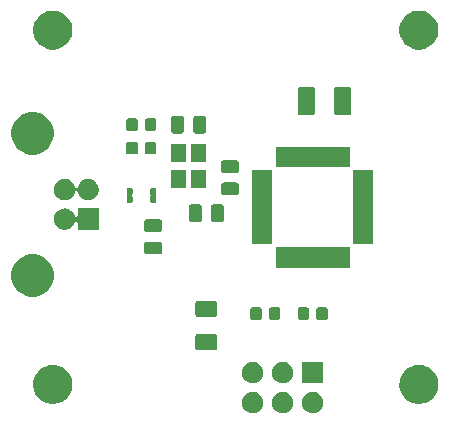
<source format=gbr>
G04 #@! TF.GenerationSoftware,KiCad,Pcbnew,(5.1.5-0-10_14)*
G04 #@! TF.CreationDate,2020-04-17T14:33:50+12:00*
G04 #@! TF.ProjectId,ZapierStompBox,5a617069-6572-4537-946f-6d70426f782e,rev?*
G04 #@! TF.SameCoordinates,Original*
G04 #@! TF.FileFunction,Soldermask,Top*
G04 #@! TF.FilePolarity,Negative*
%FSLAX46Y46*%
G04 Gerber Fmt 4.6, Leading zero omitted, Abs format (unit mm)*
G04 Created by KiCad (PCBNEW (5.1.5-0-10_14)) date 2020-04-17 14:33:50*
%MOMM*%
%LPD*%
G04 APERTURE LIST*
%ADD10C,0.100000*%
G04 APERTURE END LIST*
D10*
G36*
X391113512Y49356073D02*
G01*
X391262812Y49326376D01*
X391426784Y49258456D01*
X391574354Y49159853D01*
X391699853Y49034354D01*
X391798456Y48886784D01*
X391866376Y48722812D01*
X391901000Y48548741D01*
X391901000Y48371259D01*
X391866376Y48197188D01*
X391798456Y48033216D01*
X391699853Y47885646D01*
X391574354Y47760147D01*
X391426784Y47661544D01*
X391262812Y47593624D01*
X391113512Y47563927D01*
X391088742Y47559000D01*
X390911258Y47559000D01*
X390886488Y47563927D01*
X390737188Y47593624D01*
X390573216Y47661544D01*
X390425646Y47760147D01*
X390300147Y47885646D01*
X390201544Y48033216D01*
X390133624Y48197188D01*
X390099000Y48371259D01*
X390099000Y48548741D01*
X390133624Y48722812D01*
X390201544Y48886784D01*
X390300147Y49034354D01*
X390425646Y49159853D01*
X390573216Y49258456D01*
X390737188Y49326376D01*
X390886488Y49356073D01*
X390911258Y49361000D01*
X391088742Y49361000D01*
X391113512Y49356073D01*
G37*
G36*
X388573512Y49356073D02*
G01*
X388722812Y49326376D01*
X388886784Y49258456D01*
X389034354Y49159853D01*
X389159853Y49034354D01*
X389258456Y48886784D01*
X389326376Y48722812D01*
X389361000Y48548741D01*
X389361000Y48371259D01*
X389326376Y48197188D01*
X389258456Y48033216D01*
X389159853Y47885646D01*
X389034354Y47760147D01*
X388886784Y47661544D01*
X388722812Y47593624D01*
X388573512Y47563927D01*
X388548742Y47559000D01*
X388371258Y47559000D01*
X388346488Y47563927D01*
X388197188Y47593624D01*
X388033216Y47661544D01*
X387885646Y47760147D01*
X387760147Y47885646D01*
X387661544Y48033216D01*
X387593624Y48197188D01*
X387559000Y48371259D01*
X387559000Y48548741D01*
X387593624Y48722812D01*
X387661544Y48886784D01*
X387760147Y49034354D01*
X387885646Y49159853D01*
X388033216Y49258456D01*
X388197188Y49326376D01*
X388346488Y49356073D01*
X388371258Y49361000D01*
X388548742Y49361000D01*
X388573512Y49356073D01*
G37*
G36*
X386033512Y49356073D02*
G01*
X386182812Y49326376D01*
X386346784Y49258456D01*
X386494354Y49159853D01*
X386619853Y49034354D01*
X386718456Y48886784D01*
X386786376Y48722812D01*
X386821000Y48548741D01*
X386821000Y48371259D01*
X386786376Y48197188D01*
X386718456Y48033216D01*
X386619853Y47885646D01*
X386494354Y47760147D01*
X386346784Y47661544D01*
X386182812Y47593624D01*
X386033512Y47563927D01*
X386008742Y47559000D01*
X385831258Y47559000D01*
X385806488Y47563927D01*
X385657188Y47593624D01*
X385493216Y47661544D01*
X385345646Y47760147D01*
X385220147Y47885646D01*
X385121544Y48033216D01*
X385053624Y48197188D01*
X385019000Y48371259D01*
X385019000Y48548741D01*
X385053624Y48722812D01*
X385121544Y48886784D01*
X385220147Y49034354D01*
X385345646Y49159853D01*
X385493216Y49258456D01*
X385657188Y49326376D01*
X385806488Y49356073D01*
X385831258Y49361000D01*
X386008742Y49361000D01*
X386033512Y49356073D01*
G37*
G36*
X400375256Y51608702D02*
G01*
X400481579Y51587553D01*
X400782042Y51463097D01*
X401052451Y51282415D01*
X401282415Y51052451D01*
X401463097Y50782042D01*
X401587553Y50481579D01*
X401598679Y50425646D01*
X401643256Y50201544D01*
X401651000Y50162609D01*
X401651000Y49837391D01*
X401587553Y49518421D01*
X401463097Y49217958D01*
X401282415Y48947549D01*
X401052451Y48717585D01*
X400782042Y48536903D01*
X400481579Y48412447D01*
X400375256Y48391298D01*
X400162611Y48349000D01*
X399837389Y48349000D01*
X399624744Y48391298D01*
X399518421Y48412447D01*
X399217958Y48536903D01*
X398947549Y48717585D01*
X398717585Y48947549D01*
X398536903Y49217958D01*
X398412447Y49518421D01*
X398349000Y49837391D01*
X398349000Y50162609D01*
X398356745Y50201544D01*
X398401321Y50425646D01*
X398412447Y50481579D01*
X398536903Y50782042D01*
X398717585Y51052451D01*
X398947549Y51282415D01*
X399217958Y51463097D01*
X399518421Y51587553D01*
X399624744Y51608702D01*
X399837389Y51651000D01*
X400162611Y51651000D01*
X400375256Y51608702D01*
G37*
G36*
X369375256Y51608702D02*
G01*
X369481579Y51587553D01*
X369782042Y51463097D01*
X370052451Y51282415D01*
X370282415Y51052451D01*
X370463097Y50782042D01*
X370587553Y50481579D01*
X370598679Y50425646D01*
X370643256Y50201544D01*
X370651000Y50162609D01*
X370651000Y49837391D01*
X370587553Y49518421D01*
X370463097Y49217958D01*
X370282415Y48947549D01*
X370052451Y48717585D01*
X369782042Y48536903D01*
X369481579Y48412447D01*
X369375256Y48391298D01*
X369162611Y48349000D01*
X368837389Y48349000D01*
X368624744Y48391298D01*
X368518421Y48412447D01*
X368217958Y48536903D01*
X367947549Y48717585D01*
X367717585Y48947549D01*
X367536903Y49217958D01*
X367412447Y49518421D01*
X367349000Y49837391D01*
X367349000Y50162609D01*
X367356745Y50201544D01*
X367401321Y50425646D01*
X367412447Y50481579D01*
X367536903Y50782042D01*
X367717585Y51052451D01*
X367947549Y51282415D01*
X368217958Y51463097D01*
X368518421Y51587553D01*
X368624744Y51608702D01*
X368837389Y51651000D01*
X369162611Y51651000D01*
X369375256Y51608702D01*
G37*
G36*
X391901000Y50099000D02*
G01*
X390099000Y50099000D01*
X390099000Y51901000D01*
X391901000Y51901000D01*
X391901000Y50099000D01*
G37*
G36*
X388573512Y51896073D02*
G01*
X388722812Y51866376D01*
X388886784Y51798456D01*
X389034354Y51699853D01*
X389159853Y51574354D01*
X389258456Y51426784D01*
X389326376Y51262812D01*
X389361000Y51088741D01*
X389361000Y50911259D01*
X389326376Y50737188D01*
X389258456Y50573216D01*
X389159853Y50425646D01*
X389034354Y50300147D01*
X388886784Y50201544D01*
X388722812Y50133624D01*
X388573512Y50103927D01*
X388548742Y50099000D01*
X388371258Y50099000D01*
X388346488Y50103927D01*
X388197188Y50133624D01*
X388033216Y50201544D01*
X387885646Y50300147D01*
X387760147Y50425646D01*
X387661544Y50573216D01*
X387593624Y50737188D01*
X387559000Y50911259D01*
X387559000Y51088741D01*
X387593624Y51262812D01*
X387661544Y51426784D01*
X387760147Y51574354D01*
X387885646Y51699853D01*
X388033216Y51798456D01*
X388197188Y51866376D01*
X388346488Y51896073D01*
X388371258Y51901000D01*
X388548742Y51901000D01*
X388573512Y51896073D01*
G37*
G36*
X386033512Y51896073D02*
G01*
X386182812Y51866376D01*
X386346784Y51798456D01*
X386494354Y51699853D01*
X386619853Y51574354D01*
X386718456Y51426784D01*
X386786376Y51262812D01*
X386821000Y51088741D01*
X386821000Y50911259D01*
X386786376Y50737188D01*
X386718456Y50573216D01*
X386619853Y50425646D01*
X386494354Y50300147D01*
X386346784Y50201544D01*
X386182812Y50133624D01*
X386033512Y50103927D01*
X386008742Y50099000D01*
X385831258Y50099000D01*
X385806488Y50103927D01*
X385657188Y50133624D01*
X385493216Y50201544D01*
X385345646Y50300147D01*
X385220147Y50425646D01*
X385121544Y50573216D01*
X385053624Y50737188D01*
X385019000Y50911259D01*
X385019000Y51088741D01*
X385053624Y51262812D01*
X385121544Y51426784D01*
X385220147Y51574354D01*
X385345646Y51699853D01*
X385493216Y51798456D01*
X385657188Y51866376D01*
X385806488Y51896073D01*
X385831258Y51901000D01*
X386008742Y51901000D01*
X386033512Y51896073D01*
G37*
G36*
X382768604Y54271653D02*
G01*
X382805144Y54260568D01*
X382838821Y54242567D01*
X382868341Y54218341D01*
X382892567Y54188821D01*
X382910568Y54155144D01*
X382921653Y54118604D01*
X382926000Y54074462D01*
X382926000Y53125538D01*
X382921653Y53081396D01*
X382910568Y53044856D01*
X382892567Y53011179D01*
X382868341Y52981659D01*
X382838821Y52957433D01*
X382805144Y52939432D01*
X382768604Y52928347D01*
X382724462Y52924000D01*
X381275538Y52924000D01*
X381231396Y52928347D01*
X381194856Y52939432D01*
X381161179Y52957433D01*
X381131659Y52981659D01*
X381107433Y53011179D01*
X381089432Y53044856D01*
X381078347Y53081396D01*
X381074000Y53125538D01*
X381074000Y54074462D01*
X381078347Y54118604D01*
X381089432Y54155144D01*
X381107433Y54188821D01*
X381131659Y54218341D01*
X381161179Y54242567D01*
X381194856Y54260568D01*
X381231396Y54271653D01*
X381275538Y54276000D01*
X382724462Y54276000D01*
X382768604Y54271653D01*
G37*
G36*
X392129591Y56521915D02*
G01*
X392163569Y56511607D01*
X392194890Y56494866D01*
X392222339Y56472339D01*
X392244866Y56444890D01*
X392261607Y56413569D01*
X392271915Y56379591D01*
X392276000Y56338110D01*
X392276000Y55661890D01*
X392271915Y55620409D01*
X392261607Y55586431D01*
X392244866Y55555110D01*
X392222339Y55527661D01*
X392194890Y55505134D01*
X392163569Y55488393D01*
X392129591Y55478085D01*
X392088110Y55474000D01*
X391486890Y55474000D01*
X391445409Y55478085D01*
X391411431Y55488393D01*
X391380110Y55505134D01*
X391352661Y55527661D01*
X391330134Y55555110D01*
X391313393Y55586431D01*
X391303085Y55620409D01*
X391299000Y55661890D01*
X391299000Y56338110D01*
X391303085Y56379591D01*
X391313393Y56413569D01*
X391330134Y56444890D01*
X391352661Y56472339D01*
X391380110Y56494866D01*
X391411431Y56511607D01*
X391445409Y56521915D01*
X391486890Y56526000D01*
X392088110Y56526000D01*
X392129591Y56521915D01*
G37*
G36*
X390554591Y56521915D02*
G01*
X390588569Y56511607D01*
X390619890Y56494866D01*
X390647339Y56472339D01*
X390669866Y56444890D01*
X390686607Y56413569D01*
X390696915Y56379591D01*
X390701000Y56338110D01*
X390701000Y55661890D01*
X390696915Y55620409D01*
X390686607Y55586431D01*
X390669866Y55555110D01*
X390647339Y55527661D01*
X390619890Y55505134D01*
X390588569Y55488393D01*
X390554591Y55478085D01*
X390513110Y55474000D01*
X389911890Y55474000D01*
X389870409Y55478085D01*
X389836431Y55488393D01*
X389805110Y55505134D01*
X389777661Y55527661D01*
X389755134Y55555110D01*
X389738393Y55586431D01*
X389728085Y55620409D01*
X389724000Y55661890D01*
X389724000Y56338110D01*
X389728085Y56379591D01*
X389738393Y56413569D01*
X389755134Y56444890D01*
X389777661Y56472339D01*
X389805110Y56494866D01*
X389836431Y56511607D01*
X389870409Y56521915D01*
X389911890Y56526000D01*
X390513110Y56526000D01*
X390554591Y56521915D01*
G37*
G36*
X388129591Y56521915D02*
G01*
X388163569Y56511607D01*
X388194890Y56494866D01*
X388222339Y56472339D01*
X388244866Y56444890D01*
X388261607Y56413569D01*
X388271915Y56379591D01*
X388276000Y56338110D01*
X388276000Y55661890D01*
X388271915Y55620409D01*
X388261607Y55586431D01*
X388244866Y55555110D01*
X388222339Y55527661D01*
X388194890Y55505134D01*
X388163569Y55488393D01*
X388129591Y55478085D01*
X388088110Y55474000D01*
X387486890Y55474000D01*
X387445409Y55478085D01*
X387411431Y55488393D01*
X387380110Y55505134D01*
X387352661Y55527661D01*
X387330134Y55555110D01*
X387313393Y55586431D01*
X387303085Y55620409D01*
X387299000Y55661890D01*
X387299000Y56338110D01*
X387303085Y56379591D01*
X387313393Y56413569D01*
X387330134Y56444890D01*
X387352661Y56472339D01*
X387380110Y56494866D01*
X387411431Y56511607D01*
X387445409Y56521915D01*
X387486890Y56526000D01*
X388088110Y56526000D01*
X388129591Y56521915D01*
G37*
G36*
X386554591Y56521915D02*
G01*
X386588569Y56511607D01*
X386619890Y56494866D01*
X386647339Y56472339D01*
X386669866Y56444890D01*
X386686607Y56413569D01*
X386696915Y56379591D01*
X386701000Y56338110D01*
X386701000Y55661890D01*
X386696915Y55620409D01*
X386686607Y55586431D01*
X386669866Y55555110D01*
X386647339Y55527661D01*
X386619890Y55505134D01*
X386588569Y55488393D01*
X386554591Y55478085D01*
X386513110Y55474000D01*
X385911890Y55474000D01*
X385870409Y55478085D01*
X385836431Y55488393D01*
X385805110Y55505134D01*
X385777661Y55527661D01*
X385755134Y55555110D01*
X385738393Y55586431D01*
X385728085Y55620409D01*
X385724000Y55661890D01*
X385724000Y56338110D01*
X385728085Y56379591D01*
X385738393Y56413569D01*
X385755134Y56444890D01*
X385777661Y56472339D01*
X385805110Y56494866D01*
X385836431Y56511607D01*
X385870409Y56521915D01*
X385911890Y56526000D01*
X386513110Y56526000D01*
X386554591Y56521915D01*
G37*
G36*
X382768604Y57071653D02*
G01*
X382805144Y57060568D01*
X382838821Y57042567D01*
X382868341Y57018341D01*
X382892567Y56988821D01*
X382910568Y56955144D01*
X382921653Y56918604D01*
X382926000Y56874462D01*
X382926000Y55925538D01*
X382921653Y55881396D01*
X382910568Y55844856D01*
X382892567Y55811179D01*
X382868341Y55781659D01*
X382838821Y55757433D01*
X382805144Y55739432D01*
X382768604Y55728347D01*
X382724462Y55724000D01*
X381275538Y55724000D01*
X381231396Y55728347D01*
X381194856Y55739432D01*
X381161179Y55757433D01*
X381131659Y55781659D01*
X381107433Y55811179D01*
X381089432Y55844856D01*
X381078347Y55881396D01*
X381074000Y55925538D01*
X381074000Y56874462D01*
X381078347Y56918604D01*
X381089432Y56955144D01*
X381107433Y56988821D01*
X381131659Y57018341D01*
X381161179Y57042567D01*
X381194856Y57060568D01*
X381231396Y57071653D01*
X381275538Y57076000D01*
X382724462Y57076000D01*
X382768604Y57071653D01*
G37*
G36*
X367815331Y60961789D02*
G01*
X368143092Y60826026D01*
X368438070Y60628928D01*
X368688928Y60378070D01*
X368886026Y60083092D01*
X369021789Y59755331D01*
X369091000Y59407384D01*
X369091000Y59052616D01*
X369021789Y58704669D01*
X368886026Y58376908D01*
X368688928Y58081930D01*
X368438070Y57831072D01*
X368143092Y57633974D01*
X367815331Y57498211D01*
X367467384Y57429000D01*
X367112616Y57429000D01*
X366764669Y57498211D01*
X366436908Y57633974D01*
X366141930Y57831072D01*
X365891072Y58081930D01*
X365693974Y58376908D01*
X365558211Y58704669D01*
X365489000Y59052616D01*
X365489000Y59407384D01*
X365558211Y59755331D01*
X365693974Y60083092D01*
X365891072Y60378070D01*
X366141930Y60628928D01*
X366436908Y60826026D01*
X366764669Y60961789D01*
X367112616Y61031000D01*
X367467384Y61031000D01*
X367815331Y60961789D01*
G37*
G36*
X394126000Y59899000D02*
G01*
X387874000Y59899000D01*
X387874000Y61601000D01*
X394126000Y61601000D01*
X394126000Y59899000D01*
G37*
G36*
X378084468Y62096435D02*
G01*
X378123138Y62084704D01*
X378158777Y62065654D01*
X378190017Y62040017D01*
X378215654Y62008777D01*
X378234704Y61973138D01*
X378246435Y61934468D01*
X378251000Y61888112D01*
X378251000Y61236888D01*
X378246435Y61190532D01*
X378234704Y61151862D01*
X378215654Y61116223D01*
X378190017Y61084983D01*
X378158777Y61059346D01*
X378123138Y61040296D01*
X378084468Y61028565D01*
X378038112Y61024000D01*
X376961888Y61024000D01*
X376915532Y61028565D01*
X376876862Y61040296D01*
X376841223Y61059346D01*
X376809983Y61084983D01*
X376784346Y61116223D01*
X376765296Y61151862D01*
X376753565Y61190532D01*
X376749000Y61236888D01*
X376749000Y61888112D01*
X376753565Y61934468D01*
X376765296Y61973138D01*
X376784346Y62008777D01*
X376809983Y62040017D01*
X376841223Y62065654D01*
X376876862Y62084704D01*
X376915532Y62096435D01*
X376961888Y62101000D01*
X378038112Y62101000D01*
X378084468Y62096435D01*
G37*
G36*
X387601000Y61874000D02*
G01*
X385899000Y61874000D01*
X385899000Y68126000D01*
X387601000Y68126000D01*
X387601000Y61874000D01*
G37*
G36*
X396101000Y61874000D02*
G01*
X394399000Y61874000D01*
X394399000Y68126000D01*
X396101000Y68126000D01*
X396101000Y61874000D01*
G37*
G36*
X378084468Y63971435D02*
G01*
X378123138Y63959704D01*
X378158777Y63940654D01*
X378190017Y63915017D01*
X378215654Y63883777D01*
X378234704Y63848138D01*
X378246435Y63809468D01*
X378251000Y63763112D01*
X378251000Y63111888D01*
X378246435Y63065532D01*
X378234704Y63026862D01*
X378215654Y62991223D01*
X378190017Y62959983D01*
X378158777Y62934346D01*
X378123138Y62915296D01*
X378084468Y62903565D01*
X378038112Y62899000D01*
X376961888Y62899000D01*
X376915532Y62903565D01*
X376876862Y62915296D01*
X376841223Y62934346D01*
X376809983Y62959983D01*
X376784346Y62991223D01*
X376765296Y63026862D01*
X376753565Y63065532D01*
X376749000Y63111888D01*
X376749000Y63763112D01*
X376753565Y63809468D01*
X376765296Y63848138D01*
X376784346Y63883777D01*
X376809983Y63915017D01*
X376841223Y63940654D01*
X376876862Y63959704D01*
X376915532Y63971435D01*
X376961888Y63976000D01*
X378038112Y63976000D01*
X378084468Y63971435D01*
G37*
G36*
X370113512Y64896073D02*
G01*
X370262812Y64866376D01*
X370426784Y64798456D01*
X370574354Y64699853D01*
X370699853Y64574354D01*
X370798456Y64426784D01*
X370858523Y64281771D01*
X370870068Y64260171D01*
X370885613Y64241229D01*
X370904555Y64225684D01*
X370926166Y64214133D01*
X370949615Y64207020D01*
X370974001Y64204618D01*
X370998387Y64207020D01*
X371021836Y64214133D01*
X371043447Y64225684D01*
X371062389Y64241229D01*
X371077934Y64260171D01*
X371089485Y64281782D01*
X371096598Y64305231D01*
X371099000Y64329617D01*
X371099000Y64901000D01*
X372901000Y64901000D01*
X372901000Y63099000D01*
X371099000Y63099000D01*
X371099000Y63670383D01*
X371096598Y63694769D01*
X371089485Y63718218D01*
X371077934Y63739829D01*
X371062389Y63758771D01*
X371043447Y63774316D01*
X371021836Y63785867D01*
X370998387Y63792980D01*
X370974001Y63795382D01*
X370949615Y63792980D01*
X370926166Y63785867D01*
X370904555Y63774316D01*
X370885613Y63758771D01*
X370870068Y63739829D01*
X370858523Y63718229D01*
X370798456Y63573216D01*
X370699853Y63425646D01*
X370574354Y63300147D01*
X370426784Y63201544D01*
X370262812Y63133624D01*
X370113512Y63103927D01*
X370088742Y63099000D01*
X369911258Y63099000D01*
X369886488Y63103927D01*
X369737188Y63133624D01*
X369573216Y63201544D01*
X369425646Y63300147D01*
X369300147Y63425646D01*
X369201544Y63573216D01*
X369133624Y63737188D01*
X369103927Y63886488D01*
X369099000Y63911258D01*
X369099000Y64088742D01*
X369106411Y64126000D01*
X369133624Y64262812D01*
X369201544Y64426784D01*
X369300147Y64574354D01*
X369425646Y64699853D01*
X369573216Y64798456D01*
X369737188Y64866376D01*
X369886488Y64896073D01*
X369911258Y64901000D01*
X370088742Y64901000D01*
X370113512Y64896073D01*
G37*
G36*
X383309468Y65246435D02*
G01*
X383348138Y65234704D01*
X383383777Y65215654D01*
X383415017Y65190017D01*
X383440654Y65158777D01*
X383459704Y65123138D01*
X383471435Y65084468D01*
X383476000Y65038112D01*
X383476000Y63961888D01*
X383471435Y63915532D01*
X383459704Y63876862D01*
X383440654Y63841223D01*
X383415017Y63809983D01*
X383383777Y63784346D01*
X383348138Y63765296D01*
X383309468Y63753565D01*
X383263112Y63749000D01*
X382611888Y63749000D01*
X382565532Y63753565D01*
X382526862Y63765296D01*
X382491223Y63784346D01*
X382459983Y63809983D01*
X382434346Y63841223D01*
X382415296Y63876862D01*
X382403565Y63915532D01*
X382399000Y63961888D01*
X382399000Y65038112D01*
X382403565Y65084468D01*
X382415296Y65123138D01*
X382434346Y65158777D01*
X382459983Y65190017D01*
X382491223Y65215654D01*
X382526862Y65234704D01*
X382565532Y65246435D01*
X382611888Y65251000D01*
X383263112Y65251000D01*
X383309468Y65246435D01*
G37*
G36*
X381434468Y65246435D02*
G01*
X381473138Y65234704D01*
X381508777Y65215654D01*
X381540017Y65190017D01*
X381565654Y65158777D01*
X381584704Y65123138D01*
X381596435Y65084468D01*
X381601000Y65038112D01*
X381601000Y63961888D01*
X381596435Y63915532D01*
X381584704Y63876862D01*
X381565654Y63841223D01*
X381540017Y63809983D01*
X381508777Y63784346D01*
X381473138Y63765296D01*
X381434468Y63753565D01*
X381388112Y63749000D01*
X380736888Y63749000D01*
X380690532Y63753565D01*
X380651862Y63765296D01*
X380616223Y63784346D01*
X380584983Y63809983D01*
X380559346Y63841223D01*
X380540296Y63876862D01*
X380528565Y63915532D01*
X380524000Y63961888D01*
X380524000Y65038112D01*
X380528565Y65084468D01*
X380540296Y65123138D01*
X380559346Y65158777D01*
X380584983Y65190017D01*
X380616223Y65215654D01*
X380651862Y65234704D01*
X380690532Y65246435D01*
X380736888Y65251000D01*
X381388112Y65251000D01*
X381434468Y65246435D01*
G37*
G36*
X375700170Y66599197D02*
G01*
X375711875Y66595646D01*
X375722665Y66589879D01*
X375732119Y66582119D01*
X375739879Y66572665D01*
X375745646Y66561875D01*
X375749197Y66550170D01*
X375751000Y66531862D01*
X375751000Y66108138D01*
X375749197Y66089830D01*
X375745645Y66078123D01*
X375735383Y66058923D01*
X375726006Y66036284D01*
X375721226Y66012251D01*
X375721226Y65987747D01*
X375726007Y65963714D01*
X375735383Y65941077D01*
X375745645Y65921877D01*
X375749197Y65910170D01*
X375751000Y65891862D01*
X375751000Y65468138D01*
X375749197Y65449830D01*
X375745646Y65438125D01*
X375739879Y65427335D01*
X375732119Y65417881D01*
X375722665Y65410121D01*
X375711875Y65404354D01*
X375700170Y65400803D01*
X375681862Y65399000D01*
X375318138Y65399000D01*
X375299830Y65400803D01*
X375288125Y65404354D01*
X375277335Y65410121D01*
X375267881Y65417881D01*
X375260121Y65427335D01*
X375254354Y65438125D01*
X375250803Y65449830D01*
X375249000Y65468138D01*
X375249000Y65891862D01*
X375250803Y65910170D01*
X375254355Y65921877D01*
X375264617Y65941077D01*
X375273994Y65963716D01*
X375278774Y65987749D01*
X375278774Y66012253D01*
X375273993Y66036286D01*
X375264617Y66058923D01*
X375254355Y66078123D01*
X375250803Y66089830D01*
X375249000Y66108138D01*
X375249000Y66531862D01*
X375250803Y66550170D01*
X375254354Y66561875D01*
X375260121Y66572665D01*
X375267881Y66582119D01*
X375277335Y66589879D01*
X375288125Y66595646D01*
X375299830Y66599197D01*
X375318138Y66601000D01*
X375681862Y66601000D01*
X375700170Y66599197D01*
G37*
G36*
X377700170Y66599197D02*
G01*
X377711875Y66595646D01*
X377722665Y66589879D01*
X377732119Y66582119D01*
X377739879Y66572665D01*
X377745646Y66561875D01*
X377749197Y66550170D01*
X377751000Y66531862D01*
X377751000Y66108138D01*
X377749197Y66089830D01*
X377745645Y66078123D01*
X377735383Y66058923D01*
X377726006Y66036284D01*
X377721226Y66012251D01*
X377721226Y65987747D01*
X377726007Y65963714D01*
X377735383Y65941077D01*
X377745645Y65921877D01*
X377749197Y65910170D01*
X377751000Y65891862D01*
X377751000Y65468138D01*
X377749197Y65449830D01*
X377745646Y65438125D01*
X377739879Y65427335D01*
X377732119Y65417881D01*
X377722665Y65410121D01*
X377711875Y65404354D01*
X377700170Y65400803D01*
X377681862Y65399000D01*
X377318138Y65399000D01*
X377299830Y65400803D01*
X377288125Y65404354D01*
X377277335Y65410121D01*
X377267881Y65417881D01*
X377260121Y65427335D01*
X377254354Y65438125D01*
X377250803Y65449830D01*
X377249000Y65468138D01*
X377249000Y65891862D01*
X377250803Y65910170D01*
X377254355Y65921877D01*
X377264617Y65941077D01*
X377273994Y65963716D01*
X377278774Y65987749D01*
X377278774Y66012253D01*
X377273993Y66036286D01*
X377264617Y66058923D01*
X377254355Y66078123D01*
X377250803Y66089830D01*
X377249000Y66108138D01*
X377249000Y66531862D01*
X377250803Y66550170D01*
X377254354Y66561875D01*
X377260121Y66572665D01*
X377267881Y66582119D01*
X377277335Y66589879D01*
X377288125Y66595646D01*
X377299830Y66599197D01*
X377318138Y66601000D01*
X377681862Y66601000D01*
X377700170Y66599197D01*
G37*
G36*
X370113512Y67396073D02*
G01*
X370262812Y67366376D01*
X370426784Y67298456D01*
X370574354Y67199853D01*
X370699853Y67074354D01*
X370798456Y66926784D01*
X370866376Y66762812D01*
X370877405Y66707362D01*
X370884516Y66683922D01*
X370896067Y66662311D01*
X370911613Y66643369D01*
X370930555Y66627824D01*
X370952165Y66616273D01*
X370975614Y66609160D01*
X371000000Y66606758D01*
X371024387Y66609160D01*
X371047835Y66616273D01*
X371069446Y66627824D01*
X371088388Y66643370D01*
X371103933Y66662312D01*
X371115484Y66683922D01*
X371122595Y66707362D01*
X371133624Y66762812D01*
X371201544Y66926784D01*
X371300147Y67074354D01*
X371425646Y67199853D01*
X371573216Y67298456D01*
X371737188Y67366376D01*
X371886488Y67396073D01*
X371911258Y67401000D01*
X372088742Y67401000D01*
X372113512Y67396073D01*
X372262812Y67366376D01*
X372426784Y67298456D01*
X372574354Y67199853D01*
X372699853Y67074354D01*
X372798456Y66926784D01*
X372866376Y66762812D01*
X372901000Y66588741D01*
X372901000Y66411259D01*
X372866376Y66237188D01*
X372798456Y66073216D01*
X372699853Y65925646D01*
X372574354Y65800147D01*
X372426784Y65701544D01*
X372262812Y65633624D01*
X372113512Y65603927D01*
X372088742Y65599000D01*
X371911258Y65599000D01*
X371886488Y65603927D01*
X371737188Y65633624D01*
X371573216Y65701544D01*
X371425646Y65800147D01*
X371300147Y65925646D01*
X371201544Y66073216D01*
X371133624Y66237188D01*
X371122595Y66292638D01*
X371115484Y66316078D01*
X371103933Y66337689D01*
X371088387Y66356631D01*
X371069445Y66372176D01*
X371047835Y66383727D01*
X371024386Y66390840D01*
X371000000Y66393242D01*
X370975613Y66390840D01*
X370952165Y66383727D01*
X370930554Y66372176D01*
X370911612Y66356630D01*
X370896067Y66337688D01*
X370884516Y66316078D01*
X370877405Y66292638D01*
X370866376Y66237188D01*
X370798456Y66073216D01*
X370699853Y65925646D01*
X370574354Y65800147D01*
X370426784Y65701544D01*
X370262812Y65633624D01*
X370113512Y65603927D01*
X370088742Y65599000D01*
X369911258Y65599000D01*
X369886488Y65603927D01*
X369737188Y65633624D01*
X369573216Y65701544D01*
X369425646Y65800147D01*
X369300147Y65925646D01*
X369201544Y66073216D01*
X369133624Y66237188D01*
X369099000Y66411259D01*
X369099000Y66588741D01*
X369133624Y66762812D01*
X369201544Y66926784D01*
X369300147Y67074354D01*
X369425646Y67199853D01*
X369573216Y67298456D01*
X369737188Y67366376D01*
X369886488Y67396073D01*
X369911258Y67401000D01*
X370088742Y67401000D01*
X370113512Y67396073D01*
G37*
G36*
X384584468Y67096435D02*
G01*
X384623138Y67084704D01*
X384658777Y67065654D01*
X384690017Y67040017D01*
X384715654Y67008777D01*
X384734704Y66973138D01*
X384746435Y66934468D01*
X384751000Y66888112D01*
X384751000Y66236888D01*
X384746435Y66190532D01*
X384734704Y66151862D01*
X384715654Y66116223D01*
X384690017Y66084983D01*
X384658777Y66059346D01*
X384623138Y66040296D01*
X384584468Y66028565D01*
X384538112Y66024000D01*
X383461888Y66024000D01*
X383415532Y66028565D01*
X383376862Y66040296D01*
X383341223Y66059346D01*
X383309983Y66084983D01*
X383284346Y66116223D01*
X383265296Y66151862D01*
X383253565Y66190532D01*
X383249000Y66236888D01*
X383249000Y66888112D01*
X383253565Y66934468D01*
X383265296Y66973138D01*
X383284346Y67008777D01*
X383309983Y67040017D01*
X383341223Y67065654D01*
X383376862Y67084704D01*
X383415532Y67096435D01*
X383461888Y67101000D01*
X384538112Y67101000D01*
X384584468Y67096435D01*
G37*
G36*
X380301000Y66649000D02*
G01*
X378999000Y66649000D01*
X378999000Y68151000D01*
X380301000Y68151000D01*
X380301000Y66649000D01*
G37*
G36*
X382001000Y66649000D02*
G01*
X380699000Y66649000D01*
X380699000Y68151000D01*
X382001000Y68151000D01*
X382001000Y66649000D01*
G37*
G36*
X384584468Y68971435D02*
G01*
X384623138Y68959704D01*
X384658777Y68940654D01*
X384690017Y68915017D01*
X384715654Y68883777D01*
X384734704Y68848138D01*
X384746435Y68809468D01*
X384751000Y68763112D01*
X384751000Y68111888D01*
X384746435Y68065532D01*
X384734704Y68026862D01*
X384715654Y67991223D01*
X384690017Y67959983D01*
X384658777Y67934346D01*
X384623138Y67915296D01*
X384584468Y67903565D01*
X384538112Y67899000D01*
X383461888Y67899000D01*
X383415532Y67903565D01*
X383376862Y67915296D01*
X383341223Y67934346D01*
X383309983Y67959983D01*
X383284346Y67991223D01*
X383265296Y68026862D01*
X383253565Y68065532D01*
X383249000Y68111888D01*
X383249000Y68763112D01*
X383253565Y68809468D01*
X383265296Y68848138D01*
X383284346Y68883777D01*
X383309983Y68915017D01*
X383341223Y68940654D01*
X383376862Y68959704D01*
X383415532Y68971435D01*
X383461888Y68976000D01*
X384538112Y68976000D01*
X384584468Y68971435D01*
G37*
G36*
X394126000Y68399000D02*
G01*
X387874000Y68399000D01*
X387874000Y70101000D01*
X394126000Y70101000D01*
X394126000Y68399000D01*
G37*
G36*
X380301000Y68849000D02*
G01*
X378999000Y68849000D01*
X378999000Y70351000D01*
X380301000Y70351000D01*
X380301000Y68849000D01*
G37*
G36*
X382001000Y68849000D02*
G01*
X380699000Y68849000D01*
X380699000Y70351000D01*
X382001000Y70351000D01*
X382001000Y68849000D01*
G37*
G36*
X367815331Y73001789D02*
G01*
X368143092Y72866026D01*
X368438070Y72668928D01*
X368688928Y72418070D01*
X368886026Y72123092D01*
X369021789Y71795331D01*
X369091000Y71447384D01*
X369091000Y71092616D01*
X369021789Y70744669D01*
X368886026Y70416908D01*
X368688928Y70121930D01*
X368438070Y69871072D01*
X368143092Y69673974D01*
X367815331Y69538211D01*
X367467384Y69469000D01*
X367112616Y69469000D01*
X366764669Y69538211D01*
X366436908Y69673974D01*
X366141930Y69871072D01*
X365891072Y70121930D01*
X365693974Y70416908D01*
X365558211Y70744669D01*
X365489000Y71092616D01*
X365489000Y71447384D01*
X365558211Y71795331D01*
X365693974Y72123092D01*
X365891072Y72418070D01*
X366141930Y72668928D01*
X366436908Y72866026D01*
X366764669Y73001789D01*
X367112616Y73071000D01*
X367467384Y73071000D01*
X367815331Y73001789D01*
G37*
G36*
X376054591Y70521915D02*
G01*
X376088569Y70511607D01*
X376119890Y70494866D01*
X376147339Y70472339D01*
X376169866Y70444890D01*
X376186607Y70413569D01*
X376196915Y70379591D01*
X376201000Y70338110D01*
X376201000Y69661890D01*
X376196915Y69620409D01*
X376186607Y69586431D01*
X376169866Y69555110D01*
X376147339Y69527661D01*
X376119890Y69505134D01*
X376088569Y69488393D01*
X376054591Y69478085D01*
X376013110Y69474000D01*
X375411890Y69474000D01*
X375370409Y69478085D01*
X375336431Y69488393D01*
X375305110Y69505134D01*
X375277661Y69527661D01*
X375255134Y69555110D01*
X375238393Y69586431D01*
X375228085Y69620409D01*
X375224000Y69661890D01*
X375224000Y70338110D01*
X375228085Y70379591D01*
X375238393Y70413569D01*
X375255134Y70444890D01*
X375277661Y70472339D01*
X375305110Y70494866D01*
X375336431Y70511607D01*
X375370409Y70521915D01*
X375411890Y70526000D01*
X376013110Y70526000D01*
X376054591Y70521915D01*
G37*
G36*
X377629591Y70521915D02*
G01*
X377663569Y70511607D01*
X377694890Y70494866D01*
X377722339Y70472339D01*
X377744866Y70444890D01*
X377761607Y70413569D01*
X377771915Y70379591D01*
X377776000Y70338110D01*
X377776000Y69661890D01*
X377771915Y69620409D01*
X377761607Y69586431D01*
X377744866Y69555110D01*
X377722339Y69527661D01*
X377694890Y69505134D01*
X377663569Y69488393D01*
X377629591Y69478085D01*
X377588110Y69474000D01*
X376986890Y69474000D01*
X376945409Y69478085D01*
X376911431Y69488393D01*
X376880110Y69505134D01*
X376852661Y69527661D01*
X376830134Y69555110D01*
X376813393Y69586431D01*
X376803085Y69620409D01*
X376799000Y69661890D01*
X376799000Y70338110D01*
X376803085Y70379591D01*
X376813393Y70413569D01*
X376830134Y70444890D01*
X376852661Y70472339D01*
X376880110Y70494866D01*
X376911431Y70511607D01*
X376945409Y70521915D01*
X376986890Y70526000D01*
X377588110Y70526000D01*
X377629591Y70521915D01*
G37*
G36*
X381809468Y72746435D02*
G01*
X381848138Y72734704D01*
X381883777Y72715654D01*
X381915017Y72690017D01*
X381940654Y72658777D01*
X381959704Y72623138D01*
X381971435Y72584468D01*
X381976000Y72538112D01*
X381976000Y71461888D01*
X381971435Y71415532D01*
X381959704Y71376862D01*
X381940654Y71341223D01*
X381915017Y71309983D01*
X381883777Y71284346D01*
X381848138Y71265296D01*
X381809468Y71253565D01*
X381763112Y71249000D01*
X381111888Y71249000D01*
X381065532Y71253565D01*
X381026862Y71265296D01*
X380991223Y71284346D01*
X380959983Y71309983D01*
X380934346Y71341223D01*
X380915296Y71376862D01*
X380903565Y71415532D01*
X380899000Y71461888D01*
X380899000Y72538112D01*
X380903565Y72584468D01*
X380915296Y72623138D01*
X380934346Y72658777D01*
X380959983Y72690017D01*
X380991223Y72715654D01*
X381026862Y72734704D01*
X381065532Y72746435D01*
X381111888Y72751000D01*
X381763112Y72751000D01*
X381809468Y72746435D01*
G37*
G36*
X379934468Y72746435D02*
G01*
X379973138Y72734704D01*
X380008777Y72715654D01*
X380040017Y72690017D01*
X380065654Y72658777D01*
X380084704Y72623138D01*
X380096435Y72584468D01*
X380101000Y72538112D01*
X380101000Y71461888D01*
X380096435Y71415532D01*
X380084704Y71376862D01*
X380065654Y71341223D01*
X380040017Y71309983D01*
X380008777Y71284346D01*
X379973138Y71265296D01*
X379934468Y71253565D01*
X379888112Y71249000D01*
X379236888Y71249000D01*
X379190532Y71253565D01*
X379151862Y71265296D01*
X379116223Y71284346D01*
X379084983Y71309983D01*
X379059346Y71341223D01*
X379040296Y71376862D01*
X379028565Y71415532D01*
X379024000Y71461888D01*
X379024000Y72538112D01*
X379028565Y72584468D01*
X379040296Y72623138D01*
X379059346Y72658777D01*
X379084983Y72690017D01*
X379116223Y72715654D01*
X379151862Y72734704D01*
X379190532Y72746435D01*
X379236888Y72751000D01*
X379888112Y72751000D01*
X379934468Y72746435D01*
G37*
G36*
X377629591Y72521915D02*
G01*
X377663569Y72511607D01*
X377694890Y72494866D01*
X377722339Y72472339D01*
X377744866Y72444890D01*
X377761607Y72413569D01*
X377771915Y72379591D01*
X377776000Y72338110D01*
X377776000Y71661890D01*
X377771915Y71620409D01*
X377761607Y71586431D01*
X377744866Y71555110D01*
X377722339Y71527661D01*
X377694890Y71505134D01*
X377663569Y71488393D01*
X377629591Y71478085D01*
X377588110Y71474000D01*
X376986890Y71474000D01*
X376945409Y71478085D01*
X376911431Y71488393D01*
X376880110Y71505134D01*
X376852661Y71527661D01*
X376830134Y71555110D01*
X376813393Y71586431D01*
X376803085Y71620409D01*
X376799000Y71661890D01*
X376799000Y72338110D01*
X376803085Y72379591D01*
X376813393Y72413569D01*
X376830134Y72444890D01*
X376852661Y72472339D01*
X376880110Y72494866D01*
X376911431Y72511607D01*
X376945409Y72521915D01*
X376986890Y72526000D01*
X377588110Y72526000D01*
X377629591Y72521915D01*
G37*
G36*
X376054591Y72521915D02*
G01*
X376088569Y72511607D01*
X376119890Y72494866D01*
X376147339Y72472339D01*
X376169866Y72444890D01*
X376186607Y72413569D01*
X376196915Y72379591D01*
X376201000Y72338110D01*
X376201000Y71661890D01*
X376196915Y71620409D01*
X376186607Y71586431D01*
X376169866Y71555110D01*
X376147339Y71527661D01*
X376119890Y71505134D01*
X376088569Y71488393D01*
X376054591Y71478085D01*
X376013110Y71474000D01*
X375411890Y71474000D01*
X375370409Y71478085D01*
X375336431Y71488393D01*
X375305110Y71505134D01*
X375277661Y71527661D01*
X375255134Y71555110D01*
X375238393Y71586431D01*
X375228085Y71620409D01*
X375224000Y71661890D01*
X375224000Y72338110D01*
X375228085Y72379591D01*
X375238393Y72413569D01*
X375255134Y72444890D01*
X375277661Y72472339D01*
X375305110Y72494866D01*
X375336431Y72511607D01*
X375370409Y72521915D01*
X375411890Y72526000D01*
X376013110Y72526000D01*
X376054591Y72521915D01*
G37*
G36*
X394096811Y75221729D02*
G01*
X394132603Y75210871D01*
X394165595Y75193237D01*
X394194508Y75169508D01*
X394218237Y75140595D01*
X394235871Y75107603D01*
X394246729Y75071811D01*
X394251000Y75028445D01*
X394251000Y72971555D01*
X394246729Y72928189D01*
X394235871Y72892397D01*
X394218237Y72859405D01*
X394194508Y72830492D01*
X394165595Y72806763D01*
X394132603Y72789129D01*
X394096811Y72778271D01*
X394053445Y72774000D01*
X393021555Y72774000D01*
X392978189Y72778271D01*
X392942397Y72789129D01*
X392909405Y72806763D01*
X392880492Y72830492D01*
X392856763Y72859405D01*
X392839129Y72892397D01*
X392828271Y72928189D01*
X392824000Y72971555D01*
X392824000Y75028445D01*
X392828271Y75071811D01*
X392839129Y75107603D01*
X392856763Y75140595D01*
X392880492Y75169508D01*
X392909405Y75193237D01*
X392942397Y75210871D01*
X392978189Y75221729D01*
X393021555Y75226000D01*
X394053445Y75226000D01*
X394096811Y75221729D01*
G37*
G36*
X391021811Y75221729D02*
G01*
X391057603Y75210871D01*
X391090595Y75193237D01*
X391119508Y75169508D01*
X391143237Y75140595D01*
X391160871Y75107603D01*
X391171729Y75071811D01*
X391176000Y75028445D01*
X391176000Y72971555D01*
X391171729Y72928189D01*
X391160871Y72892397D01*
X391143237Y72859405D01*
X391119508Y72830492D01*
X391090595Y72806763D01*
X391057603Y72789129D01*
X391021811Y72778271D01*
X390978445Y72774000D01*
X389946555Y72774000D01*
X389903189Y72778271D01*
X389867397Y72789129D01*
X389834405Y72806763D01*
X389805492Y72830492D01*
X389781763Y72859405D01*
X389764129Y72892397D01*
X389753271Y72928189D01*
X389749000Y72971555D01*
X389749000Y75028445D01*
X389753271Y75071811D01*
X389764129Y75107603D01*
X389781763Y75140595D01*
X389805492Y75169508D01*
X389834405Y75193237D01*
X389867397Y75210871D01*
X389903189Y75221729D01*
X389946555Y75226000D01*
X390978445Y75226000D01*
X391021811Y75221729D01*
G37*
G36*
X369375256Y81608702D02*
G01*
X369481579Y81587553D01*
X369782042Y81463097D01*
X370052451Y81282415D01*
X370282415Y81052451D01*
X370463097Y80782042D01*
X370587553Y80481579D01*
X370651000Y80162609D01*
X370651000Y79837391D01*
X370587553Y79518421D01*
X370463097Y79217958D01*
X370282415Y78947549D01*
X370052451Y78717585D01*
X369782042Y78536903D01*
X369481579Y78412447D01*
X369375256Y78391298D01*
X369162611Y78349000D01*
X368837389Y78349000D01*
X368624744Y78391298D01*
X368518421Y78412447D01*
X368217958Y78536903D01*
X367947549Y78717585D01*
X367717585Y78947549D01*
X367536903Y79217958D01*
X367412447Y79518421D01*
X367349000Y79837391D01*
X367349000Y80162609D01*
X367412447Y80481579D01*
X367536903Y80782042D01*
X367717585Y81052451D01*
X367947549Y81282415D01*
X368217958Y81463097D01*
X368518421Y81587553D01*
X368624744Y81608702D01*
X368837389Y81651000D01*
X369162611Y81651000D01*
X369375256Y81608702D01*
G37*
G36*
X400375256Y81608702D02*
G01*
X400481579Y81587553D01*
X400782042Y81463097D01*
X401052451Y81282415D01*
X401282415Y81052451D01*
X401463097Y80782042D01*
X401587553Y80481579D01*
X401651000Y80162609D01*
X401651000Y79837391D01*
X401587553Y79518421D01*
X401463097Y79217958D01*
X401282415Y78947549D01*
X401052451Y78717585D01*
X400782042Y78536903D01*
X400481579Y78412447D01*
X400375256Y78391298D01*
X400162611Y78349000D01*
X399837389Y78349000D01*
X399624744Y78391298D01*
X399518421Y78412447D01*
X399217958Y78536903D01*
X398947549Y78717585D01*
X398717585Y78947549D01*
X398536903Y79217958D01*
X398412447Y79518421D01*
X398349000Y79837391D01*
X398349000Y80162609D01*
X398412447Y80481579D01*
X398536903Y80782042D01*
X398717585Y81052451D01*
X398947549Y81282415D01*
X399217958Y81463097D01*
X399518421Y81587553D01*
X399624744Y81608702D01*
X399837389Y81651000D01*
X400162611Y81651000D01*
X400375256Y81608702D01*
G37*
M02*

</source>
